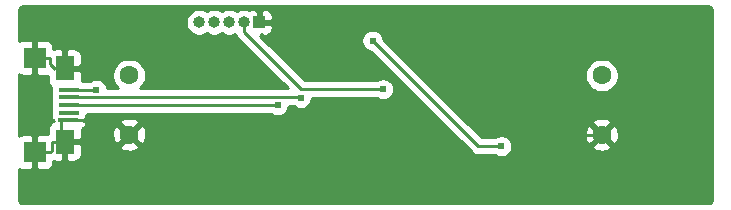
<source format=gtl>
G04 #@! TF.GenerationSoftware,KiCad,Pcbnew,(5.1.5-0-10_14)*
G04 #@! TF.CreationDate,2021-03-21T20:28:06+09:00*
G04 #@! TF.ProjectId,StickMouse,53746963-6b4d-46f7-9573-652e6b696361,V1.1*
G04 #@! TF.SameCoordinates,Original*
G04 #@! TF.FileFunction,Copper,L1,Top*
G04 #@! TF.FilePolarity,Positive*
%FSLAX46Y46*%
G04 Gerber Fmt 4.6, Leading zero omitted, Abs format (unit mm)*
G04 Created by KiCad (PCBNEW (5.1.5-0-10_14)) date 2021-03-21 20:28:06*
%MOMM*%
%LPD*%
G04 APERTURE LIST*
%ADD10C,1.600000*%
%ADD11O,1.000000X1.000000*%
%ADD12R,1.000000X1.000000*%
%ADD13R,1.900000X1.800000*%
%ADD14R,1.600000X2.100000*%
%ADD15R,1.750000X0.300000*%
%ADD16C,0.609600*%
%ADD17C,0.254000*%
G04 APERTURE END LIST*
D10*
X20000000Y-2500000D03*
X20000000Y2500000D03*
X-20000000Y-2500000D03*
X-20000000Y2500000D03*
D11*
X-14080000Y7000000D03*
X-12810000Y7000000D03*
X-11540000Y7000000D03*
X-10270000Y7000000D03*
D12*
X-9000000Y7000000D03*
D13*
X-28000000Y-4000000D03*
X-28000000Y4000000D03*
D14*
X-25450000Y-3100000D03*
X-25450000Y3100000D03*
D15*
X-25150000Y-1300000D03*
X-25125000Y-650000D03*
X-25125000Y0D03*
X-25125000Y650000D03*
X-25125000Y1300000D03*
D16*
X2800000Y5818900D03*
X12147300Y-2579700D03*
X-22787500Y1300000D03*
X-7424800Y0D03*
X-5472700Y603900D03*
X11500000Y-3500000D03*
X600000Y5449500D03*
X1505000Y1336600D03*
D17*
X-25150000Y-1300000D02*
X-25752700Y-1300000D01*
X-25752700Y-3100000D02*
X-26580500Y-3100000D01*
X-25450000Y-3100000D02*
X-25752700Y-3100000D01*
X-25752700Y-1300000D02*
X-25752700Y-3100000D01*
X20000000Y-2500000D02*
X12227000Y-2500000D01*
X12227000Y-2500000D02*
X12147300Y-2579700D01*
X-26341100Y3100000D02*
X-26719500Y3478400D01*
X-26719500Y3478400D02*
X-26719500Y4000000D01*
X-28000000Y4000000D02*
X-26719500Y4000000D01*
X-26341100Y3100000D02*
X-26355500Y3085600D01*
X-28000000Y-4000000D02*
X-26719500Y-4000000D01*
X-26580500Y-3100000D02*
X-26580500Y-3861000D01*
X-26580500Y-3861000D02*
X-26719500Y-4000000D01*
X-25450000Y3100000D02*
X-26341100Y3100000D01*
X-25150000Y-1300000D02*
X-21200000Y-1300000D01*
X-21200000Y-1300000D02*
X-20000000Y-2500000D01*
X-24319500Y3100000D02*
X-25450000Y3100000D01*
X-9496000Y8250000D02*
X-19169500Y8250000D01*
X-9000000Y7754000D02*
X-9496000Y8250000D01*
X-19169500Y8250000D02*
X-24319500Y3100000D01*
X-9000000Y7000000D02*
X-9000000Y7754000D01*
X12147300Y-2579700D02*
X12147300Y-1647300D01*
X4681100Y5818900D02*
X3748700Y5818900D01*
X12147300Y-1647300D02*
X4681100Y5818900D01*
X3748700Y5818900D02*
X2800000Y5818900D01*
X1618900Y7000000D02*
X2800000Y5818900D01*
X-9000000Y7000000D02*
X1618900Y7000000D01*
X-25125000Y1300000D02*
X-22787500Y1300000D01*
X-25125000Y0D02*
X-7424800Y0D01*
X-25125000Y650000D02*
X-5518800Y650000D01*
X-5518800Y650000D02*
X-5472700Y603900D01*
X9549500Y-3500000D02*
X11500000Y-3500000D01*
X600000Y5449500D02*
X9549500Y-3500000D01*
X-10270000Y7000000D02*
X-10270000Y6169500D01*
X1505000Y1336600D02*
X-5437100Y1336600D01*
X-5437100Y1336600D02*
X-10270000Y6169500D01*
G36*
X29065424Y8330420D02*
G01*
X29128356Y8311420D01*
X29186405Y8280555D01*
X29237343Y8239011D01*
X29279248Y8188356D01*
X29310515Y8130529D01*
X29329956Y8067728D01*
X29340000Y7972165D01*
X29340001Y-7967711D01*
X29330420Y-8065424D01*
X29311420Y-8128357D01*
X29280554Y-8186406D01*
X29239011Y-8237343D01*
X29188356Y-8279248D01*
X29130529Y-8310515D01*
X29067728Y-8329956D01*
X28972165Y-8340000D01*
X-28967721Y-8340000D01*
X-29065424Y-8330420D01*
X-29128357Y-8311420D01*
X-29186406Y-8280554D01*
X-29237343Y-8239011D01*
X-29279248Y-8188356D01*
X-29310515Y-8130529D01*
X-29329956Y-8067728D01*
X-29340000Y-7972165D01*
X-29340000Y-5401398D01*
X-29304494Y-5430537D01*
X-29194180Y-5489502D01*
X-29074482Y-5525812D01*
X-28950000Y-5538072D01*
X-28285750Y-5535000D01*
X-28127000Y-5376250D01*
X-28127000Y-4127000D01*
X-28147000Y-4127000D01*
X-28147000Y-3873000D01*
X-28127000Y-3873000D01*
X-28127000Y-2623750D01*
X-28285750Y-2465000D01*
X-28950000Y-2461928D01*
X-29074482Y-2474188D01*
X-29194180Y-2510498D01*
X-29304494Y-2569463D01*
X-29340000Y-2598602D01*
X-29340000Y2598602D01*
X-29304494Y2569463D01*
X-29194180Y2510498D01*
X-29074482Y2474188D01*
X-28950000Y2461928D01*
X-28285750Y2465000D01*
X-28127000Y2623750D01*
X-28127000Y3873000D01*
X-28147000Y3873000D01*
X-28147000Y4127000D01*
X-28127000Y4127000D01*
X-28127000Y5376250D01*
X-27873000Y5376250D01*
X-27873000Y4127000D01*
X-27853000Y4127000D01*
X-27853000Y3873000D01*
X-27873000Y3873000D01*
X-27873000Y2623750D01*
X-27714250Y2465000D01*
X-27050000Y2461928D01*
X-26925518Y2474188D01*
X-26886319Y2486079D01*
X-26888072Y2050000D01*
X-26875812Y1925518D01*
X-26839502Y1805820D01*
X-26780537Y1695506D01*
X-26701185Y1598815D01*
X-26629231Y1539764D01*
X-26638072Y1450000D01*
X-26638072Y1150000D01*
X-26625812Y1025518D01*
X-26610488Y975000D01*
X-26625812Y924482D01*
X-26638072Y800000D01*
X-26638072Y500000D01*
X-26625812Y375518D01*
X-26610488Y325000D01*
X-26625812Y274482D01*
X-26638072Y150000D01*
X-26638072Y-150000D01*
X-26625812Y-274482D01*
X-26610488Y-325000D01*
X-26625812Y-375518D01*
X-26638072Y-500000D01*
X-26638072Y-800000D01*
X-26625812Y-924482D01*
X-26622789Y-934448D01*
X-26649099Y-1017199D01*
X-26660000Y-1118250D01*
X-26501250Y-1277000D01*
X-26419729Y-1277000D01*
X-26363678Y-1323000D01*
X-26501250Y-1323000D01*
X-26660000Y-1481750D01*
X-26651748Y-1558243D01*
X-26701185Y-1598815D01*
X-26780537Y-1695506D01*
X-26839502Y-1805820D01*
X-26875812Y-1925518D01*
X-26888072Y-2050000D01*
X-26886319Y-2486079D01*
X-26925518Y-2474188D01*
X-27050000Y-2461928D01*
X-27714250Y-2465000D01*
X-27873000Y-2623750D01*
X-27873000Y-3873000D01*
X-27853000Y-3873000D01*
X-27853000Y-4127000D01*
X-27873000Y-4127000D01*
X-27873000Y-5376250D01*
X-27714250Y-5535000D01*
X-27050000Y-5538072D01*
X-26925518Y-5525812D01*
X-26805820Y-5489502D01*
X-26695506Y-5430537D01*
X-26598815Y-5351185D01*
X-26519463Y-5254494D01*
X-26460498Y-5144180D01*
X-26424188Y-5024482D01*
X-26411928Y-4900000D01*
X-26412607Y-4764247D01*
X-26374482Y-4775812D01*
X-26250000Y-4788072D01*
X-25735750Y-4785000D01*
X-25577000Y-4626250D01*
X-25577000Y-3227000D01*
X-25323000Y-3227000D01*
X-25323000Y-4626250D01*
X-25164250Y-4785000D01*
X-24650000Y-4788072D01*
X-24525518Y-4775812D01*
X-24405820Y-4739502D01*
X-24295506Y-4680537D01*
X-24198815Y-4601185D01*
X-24119463Y-4504494D01*
X-24060498Y-4394180D01*
X-24024188Y-4274482D01*
X-24011928Y-4150000D01*
X-24014570Y-3492702D01*
X-20813097Y-3492702D01*
X-20741514Y-3736671D01*
X-20486004Y-3857571D01*
X-20211816Y-3926300D01*
X-19929488Y-3940217D01*
X-19649870Y-3898787D01*
X-19383708Y-3803603D01*
X-19258486Y-3736671D01*
X-19186903Y-3492702D01*
X-20000000Y-2679605D01*
X-20813097Y-3492702D01*
X-24014570Y-3492702D01*
X-24015000Y-3385750D01*
X-24173750Y-3227000D01*
X-25323000Y-3227000D01*
X-25577000Y-3227000D01*
X-25597000Y-3227000D01*
X-25597000Y-2973000D01*
X-25577000Y-2973000D01*
X-25577000Y-2953000D01*
X-25323000Y-2953000D01*
X-25323000Y-2973000D01*
X-24173750Y-2973000D01*
X-24015000Y-2814250D01*
X-24014021Y-2570512D01*
X-21440217Y-2570512D01*
X-21398787Y-2850130D01*
X-21303603Y-3116292D01*
X-21236671Y-3241514D01*
X-20992702Y-3313097D01*
X-20179605Y-2500000D01*
X-19820395Y-2500000D01*
X-19007298Y-3313097D01*
X-18763329Y-3241514D01*
X-18642429Y-2986004D01*
X-18573700Y-2711816D01*
X-18559783Y-2429488D01*
X-18601213Y-2149870D01*
X-18696397Y-1883708D01*
X-18763329Y-1758486D01*
X-19007298Y-1686903D01*
X-19820395Y-2500000D01*
X-20179605Y-2500000D01*
X-20992702Y-1686903D01*
X-21236671Y-1758486D01*
X-21357571Y-2013996D01*
X-21426300Y-2288184D01*
X-21440217Y-2570512D01*
X-24014021Y-2570512D01*
X-24011928Y-2050000D01*
X-24013910Y-2029876D01*
X-23927600Y-1985209D01*
X-23829861Y-1907151D01*
X-23749228Y-1811524D01*
X-23688801Y-1702005D01*
X-23650901Y-1582801D01*
X-23642757Y-1507298D01*
X-20813097Y-1507298D01*
X-20000000Y-2320395D01*
X-19186903Y-1507298D01*
X-19258486Y-1263329D01*
X-19513996Y-1142429D01*
X-19788184Y-1073700D01*
X-20070512Y-1059783D01*
X-20350130Y-1101213D01*
X-20616292Y-1196397D01*
X-20741514Y-1263329D01*
X-20813097Y-1507298D01*
X-23642757Y-1507298D01*
X-23640000Y-1481750D01*
X-23798750Y-1323000D01*
X-23886322Y-1323000D01*
X-23830271Y-1277000D01*
X-23798750Y-1277000D01*
X-23640000Y-1118250D01*
X-23650901Y-1017199D01*
X-23651624Y-1014926D01*
X-23624188Y-924482D01*
X-23611928Y-800000D01*
X-23611928Y-762000D01*
X-7975981Y-762000D01*
X-7869962Y-832840D01*
X-7698929Y-903684D01*
X-7517362Y-939800D01*
X-7332238Y-939800D01*
X-7150671Y-903684D01*
X-6979638Y-832840D01*
X-6825713Y-729990D01*
X-6694810Y-599087D01*
X-6591960Y-445162D01*
X-6521116Y-274129D01*
X-6488866Y-112000D01*
X-6085877Y-112000D01*
X-6071787Y-126090D01*
X-5917862Y-228940D01*
X-5746829Y-299784D01*
X-5565262Y-335900D01*
X-5380138Y-335900D01*
X-5198571Y-299784D01*
X-5027538Y-228940D01*
X-4873613Y-126090D01*
X-4742710Y4813D01*
X-4639860Y158738D01*
X-4569016Y329771D01*
X-4532900Y511338D01*
X-4532900Y574600D01*
X953819Y574600D01*
X1059838Y503760D01*
X1230871Y432916D01*
X1412438Y396800D01*
X1597562Y396800D01*
X1779129Y432916D01*
X1950162Y503760D01*
X2104087Y606610D01*
X2234990Y737513D01*
X2337840Y891438D01*
X2408684Y1062471D01*
X2444800Y1244038D01*
X2444800Y1429162D01*
X2408684Y1610729D01*
X2337840Y1781762D01*
X2234990Y1935687D01*
X2104087Y2066590D01*
X1950162Y2169440D01*
X1779129Y2240284D01*
X1597562Y2276400D01*
X1412438Y2276400D01*
X1230871Y2240284D01*
X1059838Y2169440D01*
X953819Y2098600D01*
X-5121470Y2098600D01*
X-8564932Y5542062D01*
X-339800Y5542062D01*
X-339800Y5356938D01*
X-303684Y5175371D01*
X-232840Y5004338D01*
X-129990Y4850413D01*
X913Y4719510D01*
X154838Y4616660D01*
X325871Y4545816D01*
X450930Y4520940D01*
X8984221Y-4012352D01*
X9008078Y-4041422D01*
X9124108Y-4136645D01*
X9256485Y-4207402D01*
X9400122Y-4250974D01*
X9512074Y-4262000D01*
X9512076Y-4262000D01*
X9549499Y-4265686D01*
X9586922Y-4262000D01*
X10948819Y-4262000D01*
X11054838Y-4332840D01*
X11225871Y-4403684D01*
X11407438Y-4439800D01*
X11592562Y-4439800D01*
X11774129Y-4403684D01*
X11945162Y-4332840D01*
X12099087Y-4229990D01*
X12229990Y-4099087D01*
X12332840Y-3945162D01*
X12403684Y-3774129D01*
X12439800Y-3592562D01*
X12439800Y-3492702D01*
X19186903Y-3492702D01*
X19258486Y-3736671D01*
X19513996Y-3857571D01*
X19788184Y-3926300D01*
X20070512Y-3940217D01*
X20350130Y-3898787D01*
X20616292Y-3803603D01*
X20741514Y-3736671D01*
X20813097Y-3492702D01*
X20000000Y-2679605D01*
X19186903Y-3492702D01*
X12439800Y-3492702D01*
X12439800Y-3407438D01*
X12403684Y-3225871D01*
X12332840Y-3054838D01*
X12229990Y-2900913D01*
X12099087Y-2770010D01*
X11945162Y-2667160D01*
X11774129Y-2596316D01*
X11644404Y-2570512D01*
X18559783Y-2570512D01*
X18601213Y-2850130D01*
X18696397Y-3116292D01*
X18763329Y-3241514D01*
X19007298Y-3313097D01*
X19820395Y-2500000D01*
X20179605Y-2500000D01*
X20992702Y-3313097D01*
X21236671Y-3241514D01*
X21357571Y-2986004D01*
X21426300Y-2711816D01*
X21440217Y-2429488D01*
X21398787Y-2149870D01*
X21303603Y-1883708D01*
X21236671Y-1758486D01*
X20992702Y-1686903D01*
X20179605Y-2500000D01*
X19820395Y-2500000D01*
X19007298Y-1686903D01*
X18763329Y-1758486D01*
X18642429Y-2013996D01*
X18573700Y-2288184D01*
X18559783Y-2570512D01*
X11644404Y-2570512D01*
X11592562Y-2560200D01*
X11407438Y-2560200D01*
X11225871Y-2596316D01*
X11054838Y-2667160D01*
X10948819Y-2738000D01*
X9865131Y-2738000D01*
X8634429Y-1507298D01*
X19186903Y-1507298D01*
X20000000Y-2320395D01*
X20813097Y-1507298D01*
X20741514Y-1263329D01*
X20486004Y-1142429D01*
X20211816Y-1073700D01*
X19929488Y-1059783D01*
X19649870Y-1101213D01*
X19383708Y-1196397D01*
X19258486Y-1263329D01*
X19186903Y-1507298D01*
X8634429Y-1507298D01*
X4485796Y2641335D01*
X18565000Y2641335D01*
X18565000Y2358665D01*
X18620147Y2081426D01*
X18728320Y1820273D01*
X18885363Y1585241D01*
X19085241Y1385363D01*
X19320273Y1228320D01*
X19581426Y1120147D01*
X19858665Y1065000D01*
X20141335Y1065000D01*
X20418574Y1120147D01*
X20679727Y1228320D01*
X20914759Y1385363D01*
X21114637Y1585241D01*
X21271680Y1820273D01*
X21379853Y2081426D01*
X21435000Y2358665D01*
X21435000Y2641335D01*
X21379853Y2918574D01*
X21271680Y3179727D01*
X21114637Y3414759D01*
X20914759Y3614637D01*
X20679727Y3771680D01*
X20418574Y3879853D01*
X20141335Y3935000D01*
X19858665Y3935000D01*
X19581426Y3879853D01*
X19320273Y3771680D01*
X19085241Y3614637D01*
X18885363Y3414759D01*
X18728320Y3179727D01*
X18620147Y2918574D01*
X18565000Y2641335D01*
X4485796Y2641335D01*
X1528560Y5598570D01*
X1503684Y5723629D01*
X1432840Y5894662D01*
X1329990Y6048587D01*
X1199087Y6179490D01*
X1045162Y6282340D01*
X874129Y6353184D01*
X692562Y6389300D01*
X507438Y6389300D01*
X325871Y6353184D01*
X154838Y6282340D01*
X913Y6179490D01*
X-129990Y6048587D01*
X-232840Y5894662D01*
X-303684Y5723629D01*
X-339800Y5542062D01*
X-8564932Y5542062D01*
X-8887870Y5865000D01*
X-8872998Y5865000D01*
X-8872998Y6023748D01*
X-8714250Y5865000D01*
X-8500000Y5861928D01*
X-8375518Y5874188D01*
X-8255820Y5910498D01*
X-8145506Y5969463D01*
X-8048815Y6048815D01*
X-7969463Y6145506D01*
X-7910498Y6255820D01*
X-7874188Y6375518D01*
X-7861928Y6500000D01*
X-7865000Y6714250D01*
X-8023750Y6873000D01*
X-8873000Y6873000D01*
X-8873000Y6853000D01*
X-9127000Y6853000D01*
X-9127000Y6873000D01*
X-9138026Y6873000D01*
X-9135000Y6888212D01*
X-9135000Y7111788D01*
X-9138026Y7127000D01*
X-9127000Y7127000D01*
X-9127000Y7976250D01*
X-8873000Y7976250D01*
X-8873000Y7127000D01*
X-8023750Y7127000D01*
X-7865000Y7285750D01*
X-7861928Y7500000D01*
X-7874188Y7624482D01*
X-7910498Y7744180D01*
X-7969463Y7854494D01*
X-8048815Y7951185D01*
X-8145506Y8030537D01*
X-8255820Y8089502D01*
X-8375518Y8125812D01*
X-8500000Y8138072D01*
X-8714250Y8135000D01*
X-8873000Y7976250D01*
X-9127000Y7976250D01*
X-9285750Y8135000D01*
X-9500000Y8138072D01*
X-9624482Y8125812D01*
X-9744180Y8089502D01*
X-9827226Y8045112D01*
X-9938933Y8091383D01*
X-10158212Y8135000D01*
X-10381788Y8135000D01*
X-10601067Y8091383D01*
X-10807624Y8005824D01*
X-10905000Y7940759D01*
X-11002376Y8005824D01*
X-11208933Y8091383D01*
X-11428212Y8135000D01*
X-11651788Y8135000D01*
X-11871067Y8091383D01*
X-12077624Y8005824D01*
X-12175000Y7940759D01*
X-12272376Y8005824D01*
X-12478933Y8091383D01*
X-12698212Y8135000D01*
X-12921788Y8135000D01*
X-13141067Y8091383D01*
X-13347624Y8005824D01*
X-13445000Y7940759D01*
X-13542376Y8005824D01*
X-13748933Y8091383D01*
X-13968212Y8135000D01*
X-14191788Y8135000D01*
X-14411067Y8091383D01*
X-14617624Y8005824D01*
X-14803520Y7881612D01*
X-14961612Y7723520D01*
X-15085824Y7537624D01*
X-15171383Y7331067D01*
X-15215000Y7111788D01*
X-15215000Y6888212D01*
X-15171383Y6668933D01*
X-15085824Y6462376D01*
X-14961612Y6276480D01*
X-14803520Y6118388D01*
X-14617624Y5994176D01*
X-14411067Y5908617D01*
X-14191788Y5865000D01*
X-13968212Y5865000D01*
X-13748933Y5908617D01*
X-13542376Y5994176D01*
X-13445000Y6059241D01*
X-13347624Y5994176D01*
X-13141067Y5908617D01*
X-12921788Y5865000D01*
X-12698212Y5865000D01*
X-12478933Y5908617D01*
X-12272376Y5994176D01*
X-12175000Y6059241D01*
X-12077624Y5994176D01*
X-11871067Y5908617D01*
X-11651788Y5865000D01*
X-11428212Y5865000D01*
X-11208933Y5908617D01*
X-11011905Y5990229D01*
X-10977401Y5876485D01*
X-10906645Y5744108D01*
X-10835279Y5657149D01*
X-10811421Y5628078D01*
X-10782351Y5604221D01*
X-6590130Y1412000D01*
X-19058604Y1412000D01*
X-18885363Y1585241D01*
X-18728320Y1820273D01*
X-18620147Y2081426D01*
X-18565000Y2358665D01*
X-18565000Y2641335D01*
X-18620147Y2918574D01*
X-18728320Y3179727D01*
X-18885363Y3414759D01*
X-19085241Y3614637D01*
X-19320273Y3771680D01*
X-19581426Y3879853D01*
X-19858665Y3935000D01*
X-20141335Y3935000D01*
X-20418574Y3879853D01*
X-20679727Y3771680D01*
X-20914759Y3614637D01*
X-21114637Y3414759D01*
X-21271680Y3179727D01*
X-21379853Y2918574D01*
X-21435000Y2641335D01*
X-21435000Y2358665D01*
X-21379853Y2081426D01*
X-21271680Y1820273D01*
X-21114637Y1585241D01*
X-20941396Y1412000D01*
X-21851566Y1412000D01*
X-21883816Y1574129D01*
X-21954660Y1745162D01*
X-22057510Y1899087D01*
X-22188413Y2029990D01*
X-22342338Y2132840D01*
X-22513371Y2203684D01*
X-22694938Y2239800D01*
X-22880062Y2239800D01*
X-23061629Y2203684D01*
X-23232662Y2132840D01*
X-23338681Y2062000D01*
X-24011976Y2062000D01*
X-24015000Y2814250D01*
X-24173750Y2973000D01*
X-25323000Y2973000D01*
X-25323000Y2953000D01*
X-25577000Y2953000D01*
X-25577000Y2973000D01*
X-25597000Y2973000D01*
X-25597000Y3227000D01*
X-25577000Y3227000D01*
X-25577000Y4626250D01*
X-25323000Y4626250D01*
X-25323000Y3227000D01*
X-24173750Y3227000D01*
X-24015000Y3385750D01*
X-24011928Y4150000D01*
X-24024188Y4274482D01*
X-24060498Y4394180D01*
X-24119463Y4504494D01*
X-24198815Y4601185D01*
X-24295506Y4680537D01*
X-24405820Y4739502D01*
X-24525518Y4775812D01*
X-24650000Y4788072D01*
X-25164250Y4785000D01*
X-25323000Y4626250D01*
X-25577000Y4626250D01*
X-25735750Y4785000D01*
X-26250000Y4788072D01*
X-26374482Y4775812D01*
X-26412607Y4764247D01*
X-26411928Y4900000D01*
X-26424188Y5024482D01*
X-26460498Y5144180D01*
X-26519463Y5254494D01*
X-26598815Y5351185D01*
X-26695506Y5430537D01*
X-26805820Y5489502D01*
X-26925518Y5525812D01*
X-27050000Y5538072D01*
X-27714250Y5535000D01*
X-27873000Y5376250D01*
X-28127000Y5376250D01*
X-28285750Y5535000D01*
X-28950000Y5538072D01*
X-29074482Y5525812D01*
X-29194180Y5489502D01*
X-29304494Y5430537D01*
X-29340000Y5401398D01*
X-29340000Y7967721D01*
X-29330420Y8065424D01*
X-29311420Y8128356D01*
X-29280555Y8186405D01*
X-29239011Y8237343D01*
X-29188356Y8279248D01*
X-29130529Y8310515D01*
X-29067728Y8329956D01*
X-28972165Y8340000D01*
X28967721Y8340000D01*
X29065424Y8330420D01*
G37*
X29065424Y8330420D02*
X29128356Y8311420D01*
X29186405Y8280555D01*
X29237343Y8239011D01*
X29279248Y8188356D01*
X29310515Y8130529D01*
X29329956Y8067728D01*
X29340000Y7972165D01*
X29340001Y-7967711D01*
X29330420Y-8065424D01*
X29311420Y-8128357D01*
X29280554Y-8186406D01*
X29239011Y-8237343D01*
X29188356Y-8279248D01*
X29130529Y-8310515D01*
X29067728Y-8329956D01*
X28972165Y-8340000D01*
X-28967721Y-8340000D01*
X-29065424Y-8330420D01*
X-29128357Y-8311420D01*
X-29186406Y-8280554D01*
X-29237343Y-8239011D01*
X-29279248Y-8188356D01*
X-29310515Y-8130529D01*
X-29329956Y-8067728D01*
X-29340000Y-7972165D01*
X-29340000Y-5401398D01*
X-29304494Y-5430537D01*
X-29194180Y-5489502D01*
X-29074482Y-5525812D01*
X-28950000Y-5538072D01*
X-28285750Y-5535000D01*
X-28127000Y-5376250D01*
X-28127000Y-4127000D01*
X-28147000Y-4127000D01*
X-28147000Y-3873000D01*
X-28127000Y-3873000D01*
X-28127000Y-2623750D01*
X-28285750Y-2465000D01*
X-28950000Y-2461928D01*
X-29074482Y-2474188D01*
X-29194180Y-2510498D01*
X-29304494Y-2569463D01*
X-29340000Y-2598602D01*
X-29340000Y2598602D01*
X-29304494Y2569463D01*
X-29194180Y2510498D01*
X-29074482Y2474188D01*
X-28950000Y2461928D01*
X-28285750Y2465000D01*
X-28127000Y2623750D01*
X-28127000Y3873000D01*
X-28147000Y3873000D01*
X-28147000Y4127000D01*
X-28127000Y4127000D01*
X-28127000Y5376250D01*
X-27873000Y5376250D01*
X-27873000Y4127000D01*
X-27853000Y4127000D01*
X-27853000Y3873000D01*
X-27873000Y3873000D01*
X-27873000Y2623750D01*
X-27714250Y2465000D01*
X-27050000Y2461928D01*
X-26925518Y2474188D01*
X-26886319Y2486079D01*
X-26888072Y2050000D01*
X-26875812Y1925518D01*
X-26839502Y1805820D01*
X-26780537Y1695506D01*
X-26701185Y1598815D01*
X-26629231Y1539764D01*
X-26638072Y1450000D01*
X-26638072Y1150000D01*
X-26625812Y1025518D01*
X-26610488Y975000D01*
X-26625812Y924482D01*
X-26638072Y800000D01*
X-26638072Y500000D01*
X-26625812Y375518D01*
X-26610488Y325000D01*
X-26625812Y274482D01*
X-26638072Y150000D01*
X-26638072Y-150000D01*
X-26625812Y-274482D01*
X-26610488Y-325000D01*
X-26625812Y-375518D01*
X-26638072Y-500000D01*
X-26638072Y-800000D01*
X-26625812Y-924482D01*
X-26622789Y-934448D01*
X-26649099Y-1017199D01*
X-26660000Y-1118250D01*
X-26501250Y-1277000D01*
X-26419729Y-1277000D01*
X-26363678Y-1323000D01*
X-26501250Y-1323000D01*
X-26660000Y-1481750D01*
X-26651748Y-1558243D01*
X-26701185Y-1598815D01*
X-26780537Y-1695506D01*
X-26839502Y-1805820D01*
X-26875812Y-1925518D01*
X-26888072Y-2050000D01*
X-26886319Y-2486079D01*
X-26925518Y-2474188D01*
X-27050000Y-2461928D01*
X-27714250Y-2465000D01*
X-27873000Y-2623750D01*
X-27873000Y-3873000D01*
X-27853000Y-3873000D01*
X-27853000Y-4127000D01*
X-27873000Y-4127000D01*
X-27873000Y-5376250D01*
X-27714250Y-5535000D01*
X-27050000Y-5538072D01*
X-26925518Y-5525812D01*
X-26805820Y-5489502D01*
X-26695506Y-5430537D01*
X-26598815Y-5351185D01*
X-26519463Y-5254494D01*
X-26460498Y-5144180D01*
X-26424188Y-5024482D01*
X-26411928Y-4900000D01*
X-26412607Y-4764247D01*
X-26374482Y-4775812D01*
X-26250000Y-4788072D01*
X-25735750Y-4785000D01*
X-25577000Y-4626250D01*
X-25577000Y-3227000D01*
X-25323000Y-3227000D01*
X-25323000Y-4626250D01*
X-25164250Y-4785000D01*
X-24650000Y-4788072D01*
X-24525518Y-4775812D01*
X-24405820Y-4739502D01*
X-24295506Y-4680537D01*
X-24198815Y-4601185D01*
X-24119463Y-4504494D01*
X-24060498Y-4394180D01*
X-24024188Y-4274482D01*
X-24011928Y-4150000D01*
X-24014570Y-3492702D01*
X-20813097Y-3492702D01*
X-20741514Y-3736671D01*
X-20486004Y-3857571D01*
X-20211816Y-3926300D01*
X-19929488Y-3940217D01*
X-19649870Y-3898787D01*
X-19383708Y-3803603D01*
X-19258486Y-3736671D01*
X-19186903Y-3492702D01*
X-20000000Y-2679605D01*
X-20813097Y-3492702D01*
X-24014570Y-3492702D01*
X-24015000Y-3385750D01*
X-24173750Y-3227000D01*
X-25323000Y-3227000D01*
X-25577000Y-3227000D01*
X-25597000Y-3227000D01*
X-25597000Y-2973000D01*
X-25577000Y-2973000D01*
X-25577000Y-2953000D01*
X-25323000Y-2953000D01*
X-25323000Y-2973000D01*
X-24173750Y-2973000D01*
X-24015000Y-2814250D01*
X-24014021Y-2570512D01*
X-21440217Y-2570512D01*
X-21398787Y-2850130D01*
X-21303603Y-3116292D01*
X-21236671Y-3241514D01*
X-20992702Y-3313097D01*
X-20179605Y-2500000D01*
X-19820395Y-2500000D01*
X-19007298Y-3313097D01*
X-18763329Y-3241514D01*
X-18642429Y-2986004D01*
X-18573700Y-2711816D01*
X-18559783Y-2429488D01*
X-18601213Y-2149870D01*
X-18696397Y-1883708D01*
X-18763329Y-1758486D01*
X-19007298Y-1686903D01*
X-19820395Y-2500000D01*
X-20179605Y-2500000D01*
X-20992702Y-1686903D01*
X-21236671Y-1758486D01*
X-21357571Y-2013996D01*
X-21426300Y-2288184D01*
X-21440217Y-2570512D01*
X-24014021Y-2570512D01*
X-24011928Y-2050000D01*
X-24013910Y-2029876D01*
X-23927600Y-1985209D01*
X-23829861Y-1907151D01*
X-23749228Y-1811524D01*
X-23688801Y-1702005D01*
X-23650901Y-1582801D01*
X-23642757Y-1507298D01*
X-20813097Y-1507298D01*
X-20000000Y-2320395D01*
X-19186903Y-1507298D01*
X-19258486Y-1263329D01*
X-19513996Y-1142429D01*
X-19788184Y-1073700D01*
X-20070512Y-1059783D01*
X-20350130Y-1101213D01*
X-20616292Y-1196397D01*
X-20741514Y-1263329D01*
X-20813097Y-1507298D01*
X-23642757Y-1507298D01*
X-23640000Y-1481750D01*
X-23798750Y-1323000D01*
X-23886322Y-1323000D01*
X-23830271Y-1277000D01*
X-23798750Y-1277000D01*
X-23640000Y-1118250D01*
X-23650901Y-1017199D01*
X-23651624Y-1014926D01*
X-23624188Y-924482D01*
X-23611928Y-800000D01*
X-23611928Y-762000D01*
X-7975981Y-762000D01*
X-7869962Y-832840D01*
X-7698929Y-903684D01*
X-7517362Y-939800D01*
X-7332238Y-939800D01*
X-7150671Y-903684D01*
X-6979638Y-832840D01*
X-6825713Y-729990D01*
X-6694810Y-599087D01*
X-6591960Y-445162D01*
X-6521116Y-274129D01*
X-6488866Y-112000D01*
X-6085877Y-112000D01*
X-6071787Y-126090D01*
X-5917862Y-228940D01*
X-5746829Y-299784D01*
X-5565262Y-335900D01*
X-5380138Y-335900D01*
X-5198571Y-299784D01*
X-5027538Y-228940D01*
X-4873613Y-126090D01*
X-4742710Y4813D01*
X-4639860Y158738D01*
X-4569016Y329771D01*
X-4532900Y511338D01*
X-4532900Y574600D01*
X953819Y574600D01*
X1059838Y503760D01*
X1230871Y432916D01*
X1412438Y396800D01*
X1597562Y396800D01*
X1779129Y432916D01*
X1950162Y503760D01*
X2104087Y606610D01*
X2234990Y737513D01*
X2337840Y891438D01*
X2408684Y1062471D01*
X2444800Y1244038D01*
X2444800Y1429162D01*
X2408684Y1610729D01*
X2337840Y1781762D01*
X2234990Y1935687D01*
X2104087Y2066590D01*
X1950162Y2169440D01*
X1779129Y2240284D01*
X1597562Y2276400D01*
X1412438Y2276400D01*
X1230871Y2240284D01*
X1059838Y2169440D01*
X953819Y2098600D01*
X-5121470Y2098600D01*
X-8564932Y5542062D01*
X-339800Y5542062D01*
X-339800Y5356938D01*
X-303684Y5175371D01*
X-232840Y5004338D01*
X-129990Y4850413D01*
X913Y4719510D01*
X154838Y4616660D01*
X325871Y4545816D01*
X450930Y4520940D01*
X8984221Y-4012352D01*
X9008078Y-4041422D01*
X9124108Y-4136645D01*
X9256485Y-4207402D01*
X9400122Y-4250974D01*
X9512074Y-4262000D01*
X9512076Y-4262000D01*
X9549499Y-4265686D01*
X9586922Y-4262000D01*
X10948819Y-4262000D01*
X11054838Y-4332840D01*
X11225871Y-4403684D01*
X11407438Y-4439800D01*
X11592562Y-4439800D01*
X11774129Y-4403684D01*
X11945162Y-4332840D01*
X12099087Y-4229990D01*
X12229990Y-4099087D01*
X12332840Y-3945162D01*
X12403684Y-3774129D01*
X12439800Y-3592562D01*
X12439800Y-3492702D01*
X19186903Y-3492702D01*
X19258486Y-3736671D01*
X19513996Y-3857571D01*
X19788184Y-3926300D01*
X20070512Y-3940217D01*
X20350130Y-3898787D01*
X20616292Y-3803603D01*
X20741514Y-3736671D01*
X20813097Y-3492702D01*
X20000000Y-2679605D01*
X19186903Y-3492702D01*
X12439800Y-3492702D01*
X12439800Y-3407438D01*
X12403684Y-3225871D01*
X12332840Y-3054838D01*
X12229990Y-2900913D01*
X12099087Y-2770010D01*
X11945162Y-2667160D01*
X11774129Y-2596316D01*
X11644404Y-2570512D01*
X18559783Y-2570512D01*
X18601213Y-2850130D01*
X18696397Y-3116292D01*
X18763329Y-3241514D01*
X19007298Y-3313097D01*
X19820395Y-2500000D01*
X20179605Y-2500000D01*
X20992702Y-3313097D01*
X21236671Y-3241514D01*
X21357571Y-2986004D01*
X21426300Y-2711816D01*
X21440217Y-2429488D01*
X21398787Y-2149870D01*
X21303603Y-1883708D01*
X21236671Y-1758486D01*
X20992702Y-1686903D01*
X20179605Y-2500000D01*
X19820395Y-2500000D01*
X19007298Y-1686903D01*
X18763329Y-1758486D01*
X18642429Y-2013996D01*
X18573700Y-2288184D01*
X18559783Y-2570512D01*
X11644404Y-2570512D01*
X11592562Y-2560200D01*
X11407438Y-2560200D01*
X11225871Y-2596316D01*
X11054838Y-2667160D01*
X10948819Y-2738000D01*
X9865131Y-2738000D01*
X8634429Y-1507298D01*
X19186903Y-1507298D01*
X20000000Y-2320395D01*
X20813097Y-1507298D01*
X20741514Y-1263329D01*
X20486004Y-1142429D01*
X20211816Y-1073700D01*
X19929488Y-1059783D01*
X19649870Y-1101213D01*
X19383708Y-1196397D01*
X19258486Y-1263329D01*
X19186903Y-1507298D01*
X8634429Y-1507298D01*
X4485796Y2641335D01*
X18565000Y2641335D01*
X18565000Y2358665D01*
X18620147Y2081426D01*
X18728320Y1820273D01*
X18885363Y1585241D01*
X19085241Y1385363D01*
X19320273Y1228320D01*
X19581426Y1120147D01*
X19858665Y1065000D01*
X20141335Y1065000D01*
X20418574Y1120147D01*
X20679727Y1228320D01*
X20914759Y1385363D01*
X21114637Y1585241D01*
X21271680Y1820273D01*
X21379853Y2081426D01*
X21435000Y2358665D01*
X21435000Y2641335D01*
X21379853Y2918574D01*
X21271680Y3179727D01*
X21114637Y3414759D01*
X20914759Y3614637D01*
X20679727Y3771680D01*
X20418574Y3879853D01*
X20141335Y3935000D01*
X19858665Y3935000D01*
X19581426Y3879853D01*
X19320273Y3771680D01*
X19085241Y3614637D01*
X18885363Y3414759D01*
X18728320Y3179727D01*
X18620147Y2918574D01*
X18565000Y2641335D01*
X4485796Y2641335D01*
X1528560Y5598570D01*
X1503684Y5723629D01*
X1432840Y5894662D01*
X1329990Y6048587D01*
X1199087Y6179490D01*
X1045162Y6282340D01*
X874129Y6353184D01*
X692562Y6389300D01*
X507438Y6389300D01*
X325871Y6353184D01*
X154838Y6282340D01*
X913Y6179490D01*
X-129990Y6048587D01*
X-232840Y5894662D01*
X-303684Y5723629D01*
X-339800Y5542062D01*
X-8564932Y5542062D01*
X-8887870Y5865000D01*
X-8872998Y5865000D01*
X-8872998Y6023748D01*
X-8714250Y5865000D01*
X-8500000Y5861928D01*
X-8375518Y5874188D01*
X-8255820Y5910498D01*
X-8145506Y5969463D01*
X-8048815Y6048815D01*
X-7969463Y6145506D01*
X-7910498Y6255820D01*
X-7874188Y6375518D01*
X-7861928Y6500000D01*
X-7865000Y6714250D01*
X-8023750Y6873000D01*
X-8873000Y6873000D01*
X-8873000Y6853000D01*
X-9127000Y6853000D01*
X-9127000Y6873000D01*
X-9138026Y6873000D01*
X-9135000Y6888212D01*
X-9135000Y7111788D01*
X-9138026Y7127000D01*
X-9127000Y7127000D01*
X-9127000Y7976250D01*
X-8873000Y7976250D01*
X-8873000Y7127000D01*
X-8023750Y7127000D01*
X-7865000Y7285750D01*
X-7861928Y7500000D01*
X-7874188Y7624482D01*
X-7910498Y7744180D01*
X-7969463Y7854494D01*
X-8048815Y7951185D01*
X-8145506Y8030537D01*
X-8255820Y8089502D01*
X-8375518Y8125812D01*
X-8500000Y8138072D01*
X-8714250Y8135000D01*
X-8873000Y7976250D01*
X-9127000Y7976250D01*
X-9285750Y8135000D01*
X-9500000Y8138072D01*
X-9624482Y8125812D01*
X-9744180Y8089502D01*
X-9827226Y8045112D01*
X-9938933Y8091383D01*
X-10158212Y8135000D01*
X-10381788Y8135000D01*
X-10601067Y8091383D01*
X-10807624Y8005824D01*
X-10905000Y7940759D01*
X-11002376Y8005824D01*
X-11208933Y8091383D01*
X-11428212Y8135000D01*
X-11651788Y8135000D01*
X-11871067Y8091383D01*
X-12077624Y8005824D01*
X-12175000Y7940759D01*
X-12272376Y8005824D01*
X-12478933Y8091383D01*
X-12698212Y8135000D01*
X-12921788Y8135000D01*
X-13141067Y8091383D01*
X-13347624Y8005824D01*
X-13445000Y7940759D01*
X-13542376Y8005824D01*
X-13748933Y8091383D01*
X-13968212Y8135000D01*
X-14191788Y8135000D01*
X-14411067Y8091383D01*
X-14617624Y8005824D01*
X-14803520Y7881612D01*
X-14961612Y7723520D01*
X-15085824Y7537624D01*
X-15171383Y7331067D01*
X-15215000Y7111788D01*
X-15215000Y6888212D01*
X-15171383Y6668933D01*
X-15085824Y6462376D01*
X-14961612Y6276480D01*
X-14803520Y6118388D01*
X-14617624Y5994176D01*
X-14411067Y5908617D01*
X-14191788Y5865000D01*
X-13968212Y5865000D01*
X-13748933Y5908617D01*
X-13542376Y5994176D01*
X-13445000Y6059241D01*
X-13347624Y5994176D01*
X-13141067Y5908617D01*
X-12921788Y5865000D01*
X-12698212Y5865000D01*
X-12478933Y5908617D01*
X-12272376Y5994176D01*
X-12175000Y6059241D01*
X-12077624Y5994176D01*
X-11871067Y5908617D01*
X-11651788Y5865000D01*
X-11428212Y5865000D01*
X-11208933Y5908617D01*
X-11011905Y5990229D01*
X-10977401Y5876485D01*
X-10906645Y5744108D01*
X-10835279Y5657149D01*
X-10811421Y5628078D01*
X-10782351Y5604221D01*
X-6590130Y1412000D01*
X-19058604Y1412000D01*
X-18885363Y1585241D01*
X-18728320Y1820273D01*
X-18620147Y2081426D01*
X-18565000Y2358665D01*
X-18565000Y2641335D01*
X-18620147Y2918574D01*
X-18728320Y3179727D01*
X-18885363Y3414759D01*
X-19085241Y3614637D01*
X-19320273Y3771680D01*
X-19581426Y3879853D01*
X-19858665Y3935000D01*
X-20141335Y3935000D01*
X-20418574Y3879853D01*
X-20679727Y3771680D01*
X-20914759Y3614637D01*
X-21114637Y3414759D01*
X-21271680Y3179727D01*
X-21379853Y2918574D01*
X-21435000Y2641335D01*
X-21435000Y2358665D01*
X-21379853Y2081426D01*
X-21271680Y1820273D01*
X-21114637Y1585241D01*
X-20941396Y1412000D01*
X-21851566Y1412000D01*
X-21883816Y1574129D01*
X-21954660Y1745162D01*
X-22057510Y1899087D01*
X-22188413Y2029990D01*
X-22342338Y2132840D01*
X-22513371Y2203684D01*
X-22694938Y2239800D01*
X-22880062Y2239800D01*
X-23061629Y2203684D01*
X-23232662Y2132840D01*
X-23338681Y2062000D01*
X-24011976Y2062000D01*
X-24015000Y2814250D01*
X-24173750Y2973000D01*
X-25323000Y2973000D01*
X-25323000Y2953000D01*
X-25577000Y2953000D01*
X-25577000Y2973000D01*
X-25597000Y2973000D01*
X-25597000Y3227000D01*
X-25577000Y3227000D01*
X-25577000Y4626250D01*
X-25323000Y4626250D01*
X-25323000Y3227000D01*
X-24173750Y3227000D01*
X-24015000Y3385750D01*
X-24011928Y4150000D01*
X-24024188Y4274482D01*
X-24060498Y4394180D01*
X-24119463Y4504494D01*
X-24198815Y4601185D01*
X-24295506Y4680537D01*
X-24405820Y4739502D01*
X-24525518Y4775812D01*
X-24650000Y4788072D01*
X-25164250Y4785000D01*
X-25323000Y4626250D01*
X-25577000Y4626250D01*
X-25735750Y4785000D01*
X-26250000Y4788072D01*
X-26374482Y4775812D01*
X-26412607Y4764247D01*
X-26411928Y4900000D01*
X-26424188Y5024482D01*
X-26460498Y5144180D01*
X-26519463Y5254494D01*
X-26598815Y5351185D01*
X-26695506Y5430537D01*
X-26805820Y5489502D01*
X-26925518Y5525812D01*
X-27050000Y5538072D01*
X-27714250Y5535000D01*
X-27873000Y5376250D01*
X-28127000Y5376250D01*
X-28285750Y5535000D01*
X-28950000Y5538072D01*
X-29074482Y5525812D01*
X-29194180Y5489502D01*
X-29304494Y5430537D01*
X-29340000Y5401398D01*
X-29340000Y7967721D01*
X-29330420Y8065424D01*
X-29311420Y8128356D01*
X-29280555Y8186405D01*
X-29239011Y8237343D01*
X-29188356Y8279248D01*
X-29130529Y8310515D01*
X-29067728Y8329956D01*
X-28972165Y8340000D01*
X28967721Y8340000D01*
X29065424Y8330420D01*
M02*

</source>
